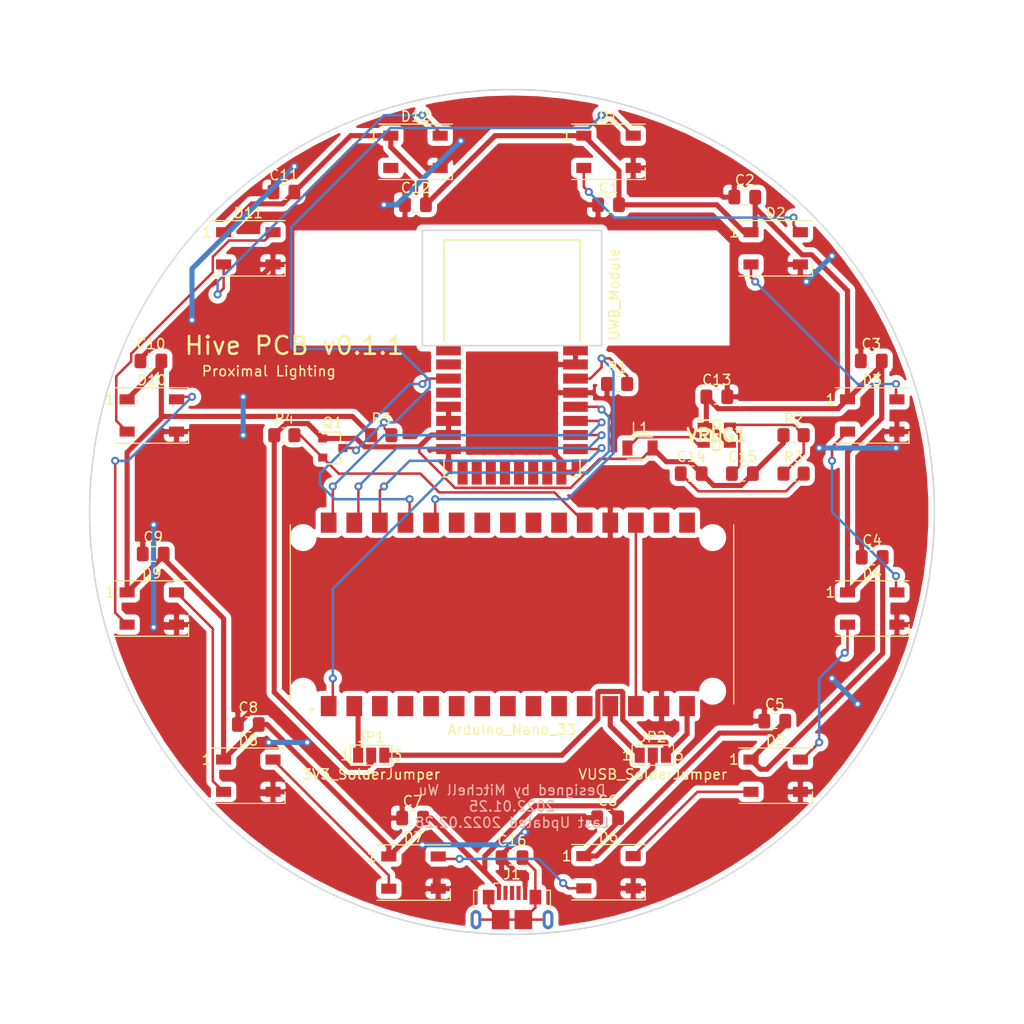
<source format=kicad_pcb>
(kicad_pcb (version 20211014) (generator pcbnew)
  (layers (0 "F.Cu" signal) (31 "B.Cu" signal) (34 "B.Paste" user) (35 "F.Paste" user) (36 "B.SilkS" user "B.Silkscreen") (37 "F.SilkS" user "F.Silkscreen") (38 "B.Mask" user) (39 "F.Mask" user) (44 "Edge.Cuts" user))
  (net 0 "")
  (net 1 "SCK")
  (net 2 "Net-(Arduino_Nano_33_IoT1-Pad2)")
  (net 3 "Net-(Arduino_Nano_33_IoT1-Pad3)")
  (net 4 "Net-(Arduino_Nano_33_IoT1-Pad4)")
  (net 5 "Net-(Arduino_Nano_33_IoT1-Pad5)")
  (net 6 "Net-(Arduino_Nano_33_IoT1-Pad6)")
  (net 7 "Net-(Arduino_Nano_33_IoT1-Pad7)")
  (net 8 "Net-(Arduino_Nano_33_IoT1-Pad8)")
  (net 9 "Net-(Arduino_Nano_33_IoT1-Pad9)")
  (net 10 "Net-(Arduino_Nano_33_IoT1-Pad10)")
  (net 11 "Net-(Arduino_Nano_33_IoT1-Pad11)")
  (net 12 "Net-(Arduino_Nano_33_IoT1-Pad12)")
  (net 13 "Net-(Arduino_Nano_33_IoT1-Pad13)")
  (net 14 "GND")
  (net 15 "Net-(Arduino_Nano_33_IoT1-Pad15)")
  (net 16 "Net-(Arduino_Nano_33_IoT1-Pad16)")
  (net 17 "Net-(Arduino_Nano_33_IoT1-Pad17)")
  (net 18 "LED_DATA_L")
  (net 19 "Net-(Arduino_Nano_33_IoT1-Pad21)")
  (net 20 "Net-(Arduino_Nano_33_IoT1-Pad22)")
  (net 21 "Net-(Arduino_Nano_33_IoT1-Pad23)")
  (net 22 "Net-(Arduino_Nano_33_IoT1-Pad24)")
  (net 23 "Net-(Arduino_Nano_33_IoT1-Pad25)")
  (net 24 "IRQ_DWM1000")
  (net 25 "RSTn_DWM1000")
  (net 26 "CS_DWM1000")
  (net 27 "MOSI")
  (net 28 "MISO")
  (net 29 "VUSB")
  (net 30 "+3V3")
  (net 31 "Net-(C14-Pad1)")
  (net 32 "Net-(C15-Pad1)")
  (net 33 "Net-(C16-Pad2)")
  (net 34 "LED_DATA_H")
  (net 35 "Net-(D1-Pad2)")
  (net 36 "Net-(D2-Pad2)")
  (net 37 "Net-(D3-Pad2)")
  (net 38 "Net-(D4-Pad2)")
  (net 39 "Net-(D5-Pad2)")
  (net 40 "Net-(D6-Pad2)")
  (net 41 "Net-(D7-Pad2)")
  (net 42 "Net-(D8-Pad2)")
  (net 43 "Net-(D10-Pad4)")
  (net 44 "Net-(D10-Pad2)")
  (net 45 "Net-(D11-Pad2)")
  (net 46 "Net-(D12-Pad2)")
  (net 47 "Net-(J1-Pad2)")
  (net 48 "Net-(J1-Pad4)")
  (net 49 "Net-(J1-Pad3)")
  (net 50 "Net-(L1-Pad1)")
  (net 51 "Net-(UWB_Module1-Pad1)")
  (net 52 "Net-(UWB_Module1-Pad2)")
  (net 53 "Net-(UWB_Module1-Pad4)")
  (net 54 "Net-(UWB_Module1-Pad9)")
  (net 55 "Net-(UWB_Module1-Pad10)")
  (net 56 "Net-(UWB_Module1-Pad11)")
  (net 57 "Net-(UWB_Module1-Pad12)")
  (net 58 "Net-(UWB_Module1-Pad13)")
  (net 59 "Net-(UWB_Module1-Pad14)")
  (net 60 "Net-(UWB_Module1-Pad15)")
  (footprint "Capacitor_SMD:C_0805_2012Metric_Pad1.18x1.45mm_HandSolder" (layer "F.Cu") (at 162.7925 70.35705)
    (fp_text reference "C2")
    (fp_text value "100nF")
  )
  (footprint "Capacitor_SMD:C_0805_2012Metric_Pad1.18x1.45mm_HandSolder" (layer "F.Cu") (at 175.349255 86.613696)
    (fp_text reference "C3")
    (fp_text value "100nF")
  )
  (footprint "Capacitor_SMD:C_0805_2012Metric_Pad1.18x1.45mm_HandSolder" (layer "F.Cu") (at 175.439255 106.096304)
    (fp_text reference "C4")
    (fp_text value "100nF")
  )
  (footprint "Capacitor_SMD:C_0805_2012Metric_Pad1.18x1.45mm_HandSolder" (layer "F.Cu") (at 165.77295 122.35295)
    (fp_text reference "C5")
    (fp_text value "100nF")
  )
  (footprint "Capacitor_SMD:C_0805_2012Metric_Pad1.18x1.45mm_HandSolder" (layer "F.Cu") (at 149.186304 131.929255)
    (fp_text reference "C6")
    (fp_text value "100nF")
  )
  (footprint "Capacitor_SMD:C_0805_2012Metric_Pad1.18x1.45mm_HandSolder" (layer "F.Cu") (at 129.838375 131.966328)
    (fp_text reference "C7")
    (fp_text value "100nF")
  )
  (footprint "Capacitor_SMD:C_0805_2012Metric_Pad1.18x1.45mm_HandSolder" (layer "F.Cu") (at 113.53705 122.68295)
    (fp_text reference "C8")
    (fp_text value "100nF")
  )
  (footprint "Capacitor_SMD:C_0805_2012Metric_Pad1.18x1.45mm_HandSolder" (layer "F.Cu") (at 104.103245 105.766304)
    (fp_text reference "C9")
    (fp_text value "100nF")
  )
  (footprint "Capacitor_SMD:C_0805_2012Metric_Pad1.18x1.45mm_HandSolder" (layer "F.Cu") (at 103.870745 86.613696)
    (fp_text reference "C10")
    (fp_text value "100nF")
  )
  (footprint "Capacitor_SMD:C_0805_2012Metric_Pad1.18x1.45mm_HandSolder" (layer "F.Cu") (at 117.0725 69.85)
    (fp_text reference "C11")
    (fp_text value "100nF")
  )
  (footprint "Capacitor_SMD:C_0805_2012Metric_Pad1.18x1.45mm_HandSolder" (layer "F.Cu") (at 130.123696 71.12)
    (fp_text reference "C12")
    (fp_text value "100nF")
  )
  (footprint "Capacitor_SMD:C_0805_2012Metric_Pad1.18x1.45mm_HandSolder" (layer "F.Cu") (at 160.02 90.17)
    (fp_text reference "C13")
    (fp_text value "22uF")
  )
  (footprint "Capacitor_SMD:C_0805_2012Metric_Pad1.18x1.45mm_HandSolder" (layer "F.Cu") (at 157.48 97.79)
    (fp_text reference "C14")
    (fp_text value "22uF")
  )
  (footprint "Capacitor_SMD:C_0805_2012Metric_Pad1.18x1.45mm_HandSolder" (layer "F.Cu") (at 162.56 97.79)
    (fp_text reference "C15")
    (fp_text value "47pF")
  )
  (footprint "Capacitor_SMD:C_0805_2012Metric_Pad1.18x1.45mm_HandSolder" (layer "F.Cu") (at 139.7 135.89)
    (fp_text reference "C16")
    (fp_text value "0.47uF")
  )
  (footprint "LED_SMD:LED_WS2812B_PLCC4_5.0x5.0mm_P3.2mm" (layer "F.Cu") (at 165.86295 75.43705)
    (fp_text reference "D2")
    (fp_text value "WS2812B")
  )
  (footprint "LED_SMD:LED_WS2812B_PLCC4_5.0x5.0mm_P3.2mm" (layer "F.Cu") (at 175.439255 92.023696)
    (fp_text reference "D3")
    (fp_text value "WS2812B")
  )
  (footprint "LED_SMD:LED_WS2812B_PLCC4_5.0x5.0mm_P3.2mm" (layer "F.Cu") (at 175.439255 111.176304)
    (fp_text reference "D4")
    (fp_text value "WS2812B")
  )
  (footprint "LED_SMD:LED_WS2812B_PLCC4_5.0x5.0mm_P3.2mm" (layer "F.Cu") (at 165.86295 127.76295)
    (fp_text reference "D5")
    (fp_text value "WS2812B")
  )
  (footprint "LED_SMD:LED_WS2812B_PLCC4_5.0x5.0mm_P3.2mm" (layer "F.Cu") (at 149.276304 137.339255)
    (fp_text reference "D6")
    (fp_text value "WS2812B")
  )
  (footprint "LED_SMD:LED_WS2812B_PLCC4_5.0x5.0mm_P3.2mm" (layer "F.Cu") (at 129.928375 137.376328)
    (fp_text reference "D7")
    (fp_text value "WS2812B")
  )
  (footprint "LED_SMD:LED_WS2812B_PLCC4_5.0x5.0mm_P3.2mm" (layer "F.Cu") (at 113.53705 127.76295)
    (fp_text reference "D8")
    (fp_text value "WS2812B")
  )
  (footprint "LED_SMD:LED_WS2812B_PLCC4_5.0x5.0mm_P3.2mm" (layer "F.Cu") (at 103.960745 111.176304)
    (fp_text reference "D9")
    (fp_text value "WS2812B")
  )
  (footprint "LED_SMD:LED_WS2812B_PLCC4_5.0x5.0mm_P3.2mm" (layer "F.Cu") (at 103.960745 92.023696)
    (fp_text reference "D10")
    (fp_text value "WS2812B")
  )
  (footprint "LED_SMD:LED_WS2812B_PLCC4_5.0x5.0mm_P3.2mm" (layer "F.Cu") (at 113.53705 75.43705)
    (fp_text reference "D11")
    (fp_text value "WS2812B")
  )
  (footprint "LED_SMD:LED_WS2812B_PLCC4_5.0x5.0mm_P3.2mm" (layer "F.Cu") (at 130.123696 65.860745)
    (fp_text reference "D12")
    (fp_text value "WS2812B")
  )
  (footprint "Connector_USB:USB_Micro-B_GCT_USB3076-30-A" (layer "F.Cu") (at 139.7 140.843)
    (fp_text reference "J1")
    (fp_text value "USB_B_Micro")
  )
  (footprint "Jumper:SolderJumper-3_P1.3mm_Open_Pad1.0x1.5mm_NumberLabels" (layer "F.Cu") (at 125.73 125.73)
    (fp_text reference "JP1")
    (fp_text value "3V3_SolderJumper")
  )
  (footprint "Inductor_SMD:L_TDK_NLV25_2.5x2.0mm" (layer "F.Cu") (at 152.4 95.25)
    (fp_text reference "L1")
    (fp_text value "2.2uH")
  )
  (footprint "Package_TO_SOT_SMD:SOT-23" (layer "F.Cu") (at 121.92 95.25)
    (fp_text reference "Q1")
    (fp_text value "BSS138")
  )
  (footprint "Resistor_SMD:R_0805_2012Metric_Pad1.20x1.40mm_HandSolder" (layer "F.Cu") (at 150.13 88.9)
    (fp_text reference "R1")
    (fp_text value "330")
  )
  (footprint "Resistor_SMD:R_0805_2012Metric_Pad1.20x1.40mm_HandSolder" (layer "F.Cu") (at 167.64 93.98)
    (fp_text reference "R2")
    (fp_text value "470K")
  )
  (footprint "Resistor_SMD:R_0805_2012Metric_Pad1.20x1.40mm_HandSolder" (layer "F.Cu") (at 167.64 97.79)
    (fp_text reference "R3")
    (fp_text value "100K")
  )
  (footprint "Resistor_SMD:R_0805_2012Metric_Pad1.20x1.40mm_HandSolder" (layer "F.Cu") (at 117.11 93.98)
    (fp_text reference "R4")
    (fp_text value "10K")
  )
  (footprint "Resistor_SMD:R_0805_2012Metric_Pad1.20x1.40mm_HandSolder" (layer "F.Cu") (at 126.73 93.98)
    (fp_text reference "R5")
    (fp_text value "10K")
  )
  (footprint "SY8008B:SOT95P285X140-5N" (layer "F.Cu") (at 160.02 93.98)
    (fp_text reference "VREG1")
    (fp_text value "SY8008B" hide)
  )
  (footprint "LED_SMD:LED_WS2812B_PLCC4_5.0x5.0mm_P3.2mm" (layer "F.Cu") (at 149.276304 65.860745)
    (fp_text reference "D1")
    (fp_text value "WS2812B")
  )
  (footprint "Capacitor_SMD:C_0805_2012Metric_Pad1.18x1.45mm_HandSolder" (layer "F.Cu") (at 149.276304 71.12)
    (fp_text reference "C1")
    (fp_text value "100nF")
  )
  (footprint "MODULE_ABX00027:MODULE_ABX00027" (layer "F.Cu") (at 139.7 111.76)
    (fp_text reference "Arduino_Nano_33")
    (fp_text value "ABX00027" hide)
  )
  (footprint "Jumper:SolderJumper-3_P1.3mm_Open_Pad1.0x1.5mm_NumberLabels" (layer "F.Cu") (at 153.67 125.73)
    (fp_text reference "JP2")
    (fp_text value "VUSB_SolderJumper")
  )
  (footprint "RF_Module:DWM1000" (layer "F.Cu") (at 139.7 86.36)
    (fp_text reference "UWB_Module")
    (fp_text value "DWM1000")
  )
  (gr_line (start 130.81 85.09) (end 148.59 85.09) (layer "Edge.Cuts") (width 0.15))
  (gr_line (start 148.59 73.66) (end 130.81 73.66) (layer "Edge.Cuts") (width 0.15))
  (gr_line (start 148.59 85.09) (end 148.59 73.66) (layer "Edge.Cuts") (width 0.15))
  (gr_line (start 130.81 73.66) (end 130.81 85.09) (layer "Edge.Cuts") (width 0.15))
  (gr_circle (center 139.7 101.6) (end 181.61 101.6) (layer "Edge.Cuts") (width 0.15) (fill none))
  (gr_text "Designed by Mitchell Wu\n2022.01.25\nLast Updated 2022.02.28" (at 139.7 130.81) (layer "B.SilkS") (effects (font (size 1 1)) (justify mirror)))
  (gr_text "Proximal Lighting" (at 115.57 87.63) (layer "F.SilkS") (effects (font (size 1 1))))
  (gr_text "Hive PCB v0.1.1" (at 118.11 85.09) (layer "F.SilkS") (effects (font (size 1.778 1.778) (thickness 0.254))))
  (segment (start 148.3112 91.1612) (end 148.59 91.44) (width 0.25) (layer "F.Cu") (net 1))
  (segment (start 146 91.1612) (end 148.3112 91.1612) (width 0.25) (layer "F.Cu") (net 1))
  (segment (start 121.92 118.11) (end 121.92 120.45) (width 0.25) (layer "F.Cu") (net 1))
  (segment (start 121.92 120.45) (end 121.51 120.86) (width 0.25) (layer "F.Cu") (net 1))
  (via (at 121.92 118.11) (size 0.8) (drill 0.4) (layers "F.Cu" "B.Cu") (net 1))
  (via (at 148.59 91.44) (size 0.8) (drill 0.4) (layers "F.Cu" "B.Cu") (net 1))
  (segment (start 147.221501 97.691501) (end 133.448499 97.691501) (width 0.25) (layer "B.Cu") (net 1))
  (segment (start 149.315001 92.165001) (end 149.315001 95.598001) (width 0.25) (layer "B.Cu") (net 1))
  (segment (start 131.354999 99.785001) (end 130.81 100.33) (width 0.25) (layer "B.Cu") (net 1))
  (segment (start 148.59 91.44) (end 149.315001 92.165001) (width 0.25) (layer "B.Cu") (net 1))
  (segment (start 133.448499 97.691501) (end 131.354999 99.785001) (width 0.25) (layer "B.Cu") (net 1))
  (segment (start 149.315001 95.598001) (end 147.221501 97.691501) (width 0.25) (layer "B.Cu") (net 1))
  (segment (start 130.81 100.33) (end 121.92 109.22) (width 0.25) (layer "B.Cu") (net 1))
  (segment (start 147.221501 97.691501) (end 147.123002 97.79) (width 0.25) (layer "B.Cu") (net 1))
  (segment (start 121.92 109.22) (end 121.92 118.11) (width 0.25) (layer "B.Cu") (net 1))
  (segment (start 124.43 121.24) (end 124.05 120.86) (width 0.508) (layer "F.Cu") (net 2))
  (segment (start 124.43 125.73) (end 124.43 121.24) (width 0.508) (layer "F.Cu") (net 2))
  (segment (start 149.45 122.81) (end 152.37 125.73) (width 0.508) (layer "F.Cu") (net 12))
  (segment (start 149.45 120.86) (end 149.45 122.81) (width 0.508) (layer "F.Cu") (net 12))
  (segment (start 151.99 102.66) (end 151.99 120.86) (width 0.25) (layer "F.Cu") (net 13))
  (segment (start 106.157049 113.03) (end 106.410745 112.776304) (width 0.508) (layer "F.Cu") (net 14))
  (segment (start 104.14 103.26149) (end 104.14 102.87) (width 0.508) (layer "F.Cu") (net 14))
  (segment (start 138.6625 135.89) (end 141.004001 138.231501) (width 0.508) (layer "F.Cu") (net 14))
  (segment (start 114.3 129.54) (end 115.81 129.54) (width 0.508) (layer "F.Cu") (net 14))
  (segment (start 130.81 136.275155) (end 131.694845 137.16) (width 0.508) (layer "F.Cu") (net 14))
  (segment (start 130.81 134.62) (end 130.81 136.275155) (width 0.508) (layer "F.Cu") (net 14))
  (segment (start 115.81 129.54) (end 115.98705 129.36295) (width 0.508) (layer "F.Cu") (net 14))
  (segment (start 177.889255 93.623696) (end 177.889255 95.160745) (width 0.508) (layer "F.Cu") (net 14))
  (segment (start 144.6 97.6562) (end 144.6 96.513998) (width 0.508) (layer "F.Cu") (net 14))
  (segment (start 116.42394 121.50394) (end 119.38 124.46) (width 0.508) (layer "F.Cu") (net 14))
  (segment (start 138.6625 135.6575) (end 140.97 133.35) (width 0.508) (layer "F.Cu") (net 14))
  (segment (start 103.065745 105.766304) (end 103.065745 104.335745) (width 0.508) (layer "F.Cu") (net 14))
  (segment (start 132.08 138.677953) (end 132.378375 138.976328) (width 0.508) (layer "F.Cu") (net 14))
  (segment (start 114.3 125.73) (end 114.3 129.54) (width 0.508) (layer "F.Cu") (net 14))
  (segment (start 104.14 113.03) (end 106.157049 113.03) (width 0.508) (layer "F.Cu") (net 14))
  (segment (start 168.31295 77.03705) (end 168.31295 78.14295) (width 0.508) (layer "F.Cu") (net 14))
  (segment (start 112.49955 122.68295) (end 113.67856 121.50394) (width 0.508) (layer "F.Cu") (net 14))
  (segment (start 134.62 64.77) (end 134.62 65.414441) (width 0.508) (layer "F.Cu") (net 14))
  (segment (start 113.67856 121.50394) (end 116.42394 121.50394) (width 0.508) (layer "F.Cu") (net 14))
  (segment (start 168.31295 78.14295) (end 168.91 78.74) (width 0.508) (layer "F.Cu") (net 14))
  (segment (start 115.57 124.46) (end 114.3 125.73) (width 0.508) (layer "F.Cu") (net 14))
  (segment (start 177.889255 95.160745) (end 177.8 95.25) (width 0.508) (layer "F.Cu") (net 14))
  (segment (start 158.05384 93.98) (end 157.48 93.40616) (width 0.508) (layer "F.Cu") (net 14))
  (segment (start 115.98705 77.03705) (end 110.4741 82.55) (width 0.508) (layer "F.Cu") (net 14))
  (segment (start 102.833245 86.613696) (end 102.833245 86.396755) (width 0.508) (layer "F.Cu") (net 14))
  (segment (start 158.72 93.98) (end 158.05384 93.98) (width 0.508) (layer "F.Cu") (net 14))
  (segment (start 102.833245 86.396755) (end 104.14 85.09) (width 0.508) (layer "F.Cu") (net 14))
  (segment (start 144.6 96.513998) (end 143.51 95.423998) (width 0.508) (layer "F.Cu") (net 14))
  (segment (start 138.6625 135.89) (end 138.6625 135.6575) (width 0.508) (layer "F.Cu") (net 14))
  (segment (start 103.065745 104.335745) (end 104.14 103.26149) (width 0.508) (layer "F.Cu") (net 14))
  (segment (start 141.004001 138.231501) (end 141.004001 138.711797) (width 0.508) (layer "F.Cu") (net 14))
  (segment (start 132.08 137.16) (end 132.08 138.677953) (width 0.508) (layer "F.Cu") (net 14))
  (segment (start 129.086196 71.12) (end 127 71.12) (width 0.508) (layer "F.Cu") (net 14))
  (segment (start 134.62 65.414441) (end 132.573696 67.460745) (width 0.508) (layer "F.Cu") (net 14))
  (segment (start 110.4741 82.55) (end 107.95 82.55) (width 0.508) (layer "F.Cu") (net 14))
  (segment (start 131.694845 137.16) (end 132.08 137.16) (width 0.508) (layer "F.Cu") (net 14))
  (via (at 171.45 76.2) (size 0.8) (drill 0.4) (layers "F.Cu" "B.Cu") (net 14))
  (via (at 140.97 133.35) (size 0.8) (drill 0.4) (layers "F.Cu" "B.Cu") (net 14))
  (via (at 113.03 93.98) (size 0.8) (drill 0.4) (layers "F.Cu" "B.Cu") (net 14))
  (via (at 168.91 78.74) (size 0.8) (drill 0.4) (layers "F.Cu" "B.Cu") (net 14))
  (via (at 104.14 102.87) (size 0.8) (drill 0.4) (layers "F.Cu" "B.Cu") (net 14))
  (via (at 171.45 118.11) (size 0.8) (drill 0.4) (layers "F.Cu" "B.Cu") (net 14))
  (via (at 177.8 95.25) (size 0.8) (drill 0.4) (layers "F.Cu" "B.Cu") (net 14))
  (via (at 130.81 134.62) (size 0.8) (drill 0.4) (layers "F.Cu" "B.Cu") (net 14))
  (via (at 134.62 64.77) (size 0.8) (drill 0.4) (layers "F.Cu" "B.Cu") (net 14))
  (via (at 107.95 82.55) (size 0.8) (drill 0.4) (layers "F.Cu" "B.Cu") (net 14))
  (via (at 127 71.12) (size 0.8) (drill 0.4) (layers "F.Cu" "B.Cu") (net 14))
  (via (at 173.99 120.65) (size 0.8) (drill 0.4) (layers "F.Cu" "B.Cu") (net 14))
  (via (at 113.03 90.17) (size 0.8) (drill 0.4) (layers "F.Cu" "B.Cu") (net 14))
  (via (at 170.18 95.25) (size 0.8) (drill 0.4) (layers "F.Cu" "B.Cu") (net 14))
  (via (at 115.57 124.46) (size 0.8) (drill 0.4) (layers "F.Cu" "B.Cu") (net 14))
  (via (at 118.11 67.31) (size 0.8) (drill 0.4) (layers "F.Cu" "B.Cu") (net 14))
  (via (at 104.14 113.03) (size 0.8) (drill 0.4) (layers "F.Cu" "B.Cu") (net 14))
  (via (at 119.38 124.46) (size 0.8) (drill 0.4) (layers "F.Cu" "B.Cu") (net 14))
  (segment (start 119.38 124.46) (end 115.57 124.46) (width 0.508) (layer "B.Cu") (net 14))
  (segment (start 127 71.12) (end 128.27 71.12) (width 0.508) (layer "B.Cu") (net 14))
  (segment (start 140.97 133.35) (end 139.7 134.62) (width 0.508) (layer "B.Cu") (net 14))
  (segment (start 177.8 95.25) (end 170.18 95.25) (width 0.508) (layer "B.Cu") (net 14))
  (segment (start 107.95 82.55) (end 107.95 77.47) (width 0.508) (layer "B.Cu") (net 14))
  (segment (start 139.7 134.62) (end 130.81 134.62) (width 0.508) (layer "B.Cu") (net 14))
  (segment (start 128.27 71.12) (end 134.62 64.77) (width 0.508) (layer "B.Cu") (net 14))
  (segment (start 113.03 90.17) (end 113.03 93.98) (width 0.508) (layer "B.Cu") (net 14))
  (segment (start 168.91 78.74) (end 171.45 76.2) (width 0.508) (layer "B.Cu") (net 14))
  (segment (start 107.95 77.47) (end 118.11 67.31) (width 0.508) (layer "B.Cu") (net 14))
  (segment (start 171.45 118.11) (end 173.99 120.65) (width 0.508) (layer "B.Cu") (net 14))
  (segment (start 104.14 102.87) (end 104.14 113.03) (width 0.508) (layer "B.Cu") (net 14))
  (segment (start 152.9208 124.46) (end 150.684001 122.223201) (width 0.508) (layer "F.Cu") (net 15))
  (segment (start 144.637202 125.73) (end 127.03 125.73) (width 0.508) (layer "F.Cu") (net 15))
  (segment (start 148.215999 119.496799) (end 148.215999 122.151203) (width 0.508) (layer "F.Cu") (net 15))
  (segment (start 154.97 124.472) (end 154.958 124.46) (width 0.508) (layer "F.Cu") (net 15))
  (segment (start 148.306799 119.405999) (end 148.215999 119.496799) (width 0.508) (layer "F.Cu") (net 15))
  (segment (start 150.684001 122.223201) (end 150.684001 119.496799) (width 0.508) (layer "F.Cu") (net 15))
  (segment (start 148.215999 122.151203) (end 144.637202 125.73) (width 0.508) (layer "F.Cu") (net 15))
  (segment (start 150.684001 119.496799) (end 150.593201 119.405999) (width 0.508) (layer "F.Cu") (net 15))
  (segment (start 154.97 125.73) (end 154.97 124.472) (width 0.508) (layer "F.Cu") (net 15))
  (segment (start 150.593201 119.405999) (end 148.306799 119.405999) (width 0.508) (layer "F.Cu") (net 15))
  (segment (start 154.958 124.46) (end 152.9208 124.46) (width 0.508) (layer "F.Cu") (net 15))
  (segment (start 157.07 120.86) (end 157.07 123.63) (width 0.508) (layer "F.Cu") (net 15))
  (segment (start 157.07 123.63) (end 154.97 125.73) (width 0.508) (layer "F.Cu") (net 15))
  (segment (start 146.91 102.66) (end 143.90621 99.65621) (width 0.25) (layer "F.Cu") (net 18))
  (segment (start 122.51 97.79) (end 120.92 96.2) (width 0.25) (layer "F.Cu") (net 18))
  (segment (start 132.479212 99.65621) (end 130.613002 97.79) (width 0.25) (layer "F.Cu") (net 18))
  (segment (start 118.11 93.98) (end 118.7 93.98) (width 0.25) (layer "F.Cu") (net 18))
  (segment (start 118.7 93.98) (end 120.92 96.2) (width 0.25) (layer "F.Cu") (net 18))
  (segment (start 143.90621 99.65621) (end 132.479212 99.65621) (width 0.25) (layer "F.Cu") (net 18))
  (segment (start 130.613002 97.79) (end 122.51 97.79) (width 0.25) (layer "F.Cu") (net 18))
  (segment (start 146 88.3612) (end 147.475 88.3612) (width 0.25) (layer "F.Cu") (net 24))
  (segment (start 151.13 88.9) (end 151.13 88.081158) (width 0.25) (layer "F.Cu") (net 24))
  (segment (start 149.408842 86.36) (end 148.59 86.36) (width 0.25) (layer "F.Cu") (net 24))
  (segment (start 132.08 100.33) (end 132.08 102.25) (width 0.25) (layer "F.Cu") (net 24))
  (segment (start 151.13 88.081158) (end 149.408842 86.36) (width 0.25) (layer "F.Cu") (net 24))
  (segment (start 132.08 102.25) (end 131.67 102.66) (width 0.25) (layer "F.Cu") (net 24))
  (segment (start 148.59 87.2462) (end 148.59 86.36) (width 0.25) (layer "F.Cu") (net 24))
  (segment (start 147.475 88.3612) (end 148.59 87.2462) (width 0.25) (layer "F.Cu") (net 24))
  (via (at 148.59 86.36) (size 0.8) (drill 0.4) (layers "F.Cu" "B.Cu") (net 24))
  (via (at 132.08 100.33) (size 0.8) (drill 0.4) (layers "F.Cu" "B.Cu") (net 24))
  (segment (start 148.59 86.36) (end 149.76501 87.53501) (width 0.25) (layer "B.Cu") (net 24))
  (segment (start 149.76501 87.53501) (end 149.76501 95.784402) (width 0.25) (layer "B.Cu") (net 24))
  (segment (start 149.76501 95.784402) (end 145.219412 100.33) (width 0.25) (layer "B.Cu") (net 24))
  (segment (start 145.219412 100.33) (end 132.08 100.33) (width 0.25) (layer "B.Cu") (net 24))
  (segment (start 129.54 100.33) (end 129.54 102.25) (width 0.25) (layer "F.Cu") (net 25))
  (segment (start 131.3488 88.3612) (end 130.81 88.9) (width 0.25) (layer "F.Cu") (net 25))
  (segment (start 129.54 102.25) (end 129.13 102.66) (width 0.25) (layer "F.Cu") (net 25))
  (segment (start 133.4 88.3612) (end 131.3488 88.3612) (width 0.25) (layer "F.Cu") (net 25))
  (via (at 130.81 88.9) (size 0.8) (drill 0.4) (layers "F.Cu" "B.Cu") (net 25))
  (via (at 129.54 100.33) (size 0.8) (drill 0.4) (layers "F.Cu" "B.Cu") (net 25))
  (segment (start 120.65 97.79) (end 120.65 98.863002) (width 0.25) (layer "B.Cu") (net 25))
  (segment (start 120.65 98.863002) (end 122.116998 100.33) (width 0.25) (layer "B.Cu") (net 25))
  (segment (start 122.116998 100.33) (end 129.54 100.33) (width 0.25) (layer "B.Cu") (net 25))
  (segment (start 130.81 88.9) (end 129.54 88.9) (width 0.25) (layer "B.Cu") (net 25))
  (segment (start 129.54 88.9) (end 120.65 97.79) (width 0.25) (layer "B.Cu") (net 25))
  (segment (start 127 99.06) (end 126.59 99.47) (width 0.25) (layer "F.Cu") (net 26))
  (segment (start 148.48 95.36) (end 148.59 95.25) (width 0.25) (layer "F.Cu") (net 26))
  (segment (start 146 95.36) (end 148.48 95.36) (width 0.25) (layer "F.Cu") (net 26))
  (segment (start 126.59 99.47) (end 126.59 102.66) (width 0.25) (layer "F.Cu") (net 26))
  (via (at 127 99.06) (size 0.8) (drill 0.4) (layers "F.Cu" "B.Cu") (net 26))
  (via (at 148.59 95.25) (size 0.8) (drill 0.4) (layers "F.Cu" "B.Cu") (net 26))
  (segment (start 147.32 96.52) (end 129.54 96.52) (width 0.25) (layer "B.Cu") (net 26))
  (segment (start 129.54 96.52) (end 127 99.06) (width 0.25) (layer "B.Cu") (net 26))
  (segment (start 148.59 95.25) (end 147.32 96.52) (width 0.25) (layer "B.Cu") (net 26))
  (segment (start 124.46 99.06) (end 124.46 102.25) (width 0.25) (layer "F.Cu") (net 27))
  (segment (start 148.57 93.96) (end 148.59 93.98) (width 0.25) (layer "F.Cu") (net 27))
  (segment (start 124.46 102.25) (end 124.05 102.66) (width 0.25) (layer "F.Cu") (net 27))
  (segment (start 146 93.96) (end 148.57 93.96) (width 0.25) (layer "F.Cu") (net 27))
  (via (at 124.46 99.06) (size 0.8) (drill 0.4) (layers "F.Cu" "B.Cu") (net 27))
  (via (at 148.59 93.98) (size 0.8) (drill 0.4) (layers "F.Cu" "B.Cu") (net 27))
  (segment (start 128.27 95.25) (end 124.46 99.06) (width 0.25) (layer "B.Cu") (net 27))
  (segment (start 147.32 95.25) (end 129.54 95.25) (width 0.25) (layer "B.Cu") (net 27))
  (segment (start 129.54 95.25) (end 128.27 95.25) (width 0.25) (layer "B.Cu") (net 27))
  (segment (start 148.59 93.98) (end 147.32 95.25) (width 0.25) (layer "B.Cu") (net 27))
  (segment (start 121.92 102.25) (end 121.51 102.66) (width 0.25) (layer "F.Cu") (net 28))
  (segment (start 148.4412 92.5612) (end 148.59 92.71) (width 0.25) (layer "F.Cu") (net 28))
  (segment (start 121.92 99.06) (end 121.92 102.25) (width 0.25) (layer "F.Cu") (net 28))
  (segment (start 146 92.5612) (end 148.4412 92.5612) (width 0.25) (layer "F.Cu") (net 28))
  (via (at 121.92 99.06) (size 0.8) (drill 0.4) (layers "F.Cu" "B.Cu") (net 28))
  (via (at 148.59 92.71) (size 0.8) (drill 0.4) (layers "F.Cu" "B.Cu") (net 28))
  (segment (start 147.32 93.98) (end 127 93.98) (width 0.25) (layer "B.Cu") (net 28))
  (segment (start 148.59 92.71) (end 147.32 93.98) (width 0.25) (layer "B.Cu") (net 28))
  (segment (start 127 93.98) (end 121.92 99.06) (width 0.25) (layer "B.Cu") (net 28))
  (segment (start 163.41295 126.16295) (end 164.366951 127.116951) (width 0.508) (layer "F.Cu") (net 29))
  (segment (start 159.42 93.03) (end 161.32 94.93) (width 0.508) (layer "F.Cu") (net 29))
  (segment (start 158.9825 90.17) (end 158.9825 92.7675) (width 0.508) (layer "F.Cu") (net 29))
  (segment (start 105.140745 105.946304) (end 101.510745 109.576304) (width 0.508) (layer "F.Cu") (net 29))
  (segment (start 176.386755 86.613696) (end 176.386755 87.026196) (width 0.508) (layer "F.Cu") (net 29))
  (segment (start 125.73 93.98) (end 123.86798 92.11798) (width 0.508) (layer "F.Cu") (net 29))
  (segment (start 164.366951 127.116951) (end 164.983049 127.116951) (width 0.508) (layer "F.Cu") (net 29))
  (segment (start 176.476755 106.096304) (end 176.469255 106.096304) (width 0.508) (layer "F.Cu") (net 29))
  (segment (start 172.989255 109.576304) (end 172.989255 95.690898) (width 0.508) (layer "F.Cu") (net 29))
  (segment (start 172.063941 91.34901) (end 172.989255 90.423696) (width 0.508) (layer "F.Cu") (net 29))
  (segment (start 150.313804 71.12) (end 160.02 71.12) (width 0.508) (layer "F.Cu") (net 29))
  (segment (start 105.140745 105.766304) (end 105.140745 105.946304) (width 0.508) (layer "F.Cu") (net 29))
  (segment (start 123.86798 92.11798) (end 105.08447 92.11798) (width 0.508) (layer "F.Cu") (net 29))
  (segment (start 168.491747 76.083049) (end 163.83 71.421302) (width 0.508) (layer "F.Cu") (net 29))
  (segment (start 111.08705 126.16295) (end 111.08705 112.185407) (width 0.508) (layer "F.Cu") (net 29))
  (segment (start 130.875875 131.966328) (end 130.875875 132.378828) (width 0.508) (layer "F.Cu") (net 29))
  (segment (start 127.478375 134.768328) (end 115.392997 122.68295) (width 0.508) (layer "F.Cu") (net 29))
  (segment (start 104.908245 91.941755) (end 104.908245 86.613696) (width 0.508) (layer "F.Cu") (net 29))
  (segment (start 172.989255 90.423696) (end 172.989255 79.646153) (width 0.508) (layer "F.Cu") (net 29))
  (segment (start 131.161196 71.12) (end 131.161196 68.881043) (width 0.508) (layer "F.Cu") (net 29))
  (segment (start 172.989255 79.646153) (end 169.426151 76.083049) (width 0.508) (layer "F.Cu") (net 29))
  (segment (start 114.57455 122.68295) (end 114.56705 122.68295) (width 0.508) (layer "F.Cu") (net 29))
  (segment (start 118.11 69.85) (end 116.93099 71.02901) (width 0.508) (layer "F.Cu") (net 29))
  (segment (start 123.699255 64.260745) (end 118.11 69.85) (width 0.508) (layer "F.Cu") (net 29))
  (segment (start 166.81045 122.76545) (end 163.41295 126.16295) (width 0.508) (layer "F.Cu") (net 29))
  (segment (start 105.140745 106.239102) (end 105.140745 105.766304) (width 0.508) (layer "F.Cu") (net 29))
  (segment (start 149.044794 130.750245) (end 141.994133 130.750245) (width 0.508) (layer "F.Cu") (net 29))
  (segment (start 150.223804 131.929255) (end 150.223804 132.341755) (width 0.508) (layer "F.Cu") (net 29))
  (segment (start 172.989255 95.690898) (end 176.386755 92.293398) (width 0.508) (layer "F.Cu") (net 29))
  (segment (start 149.907755 130.750245) (end 153.67 126.988) (width 0.508) (layer "F.Cu") (net 29))
  (segment (start 138.020451 64.260745) (end 131.161196 71.12) (width 0.508) (layer "F.Cu") (net 29))
  (segment (start 153.67 126.988) (end 153.67 125.73) (width 0.508) (layer "F.Cu") (net 29))
  (segment (start 105.08447 92.11798) (end 104.908245 91.941755) (width 0.508) (layer "F.Cu") (net 29))
  (segment (start 127.673696 64.260745) (end 123.699255 64.260745) (width 0.508) (layer "F.Cu") (net 29))
  (segment (start 101.510745 109.576304) (end 101.510745 95.690898) (width 0.508) (layer "F.Cu") (net 29))
  (segment (start 101.510745 95.690898) (end 104.908245 92.293398) (width 0.508) (layer "F.Cu") (net 29))
  (segment (start 146.826304 64.260745) (end 138.020451 64.260745) (width 0.508) (layer "F.Cu") (net 29))
  (segment (start 150.223804 132.341755) (end 146.826304 135.739255) (width 0.508) (layer "F.Cu") (net 29))
  (segment (start 141.994133 130.750245) (end 137.002101 135.742277) (width 0.508) (layer "F.Cu") (net 29))
  (segment (start 116.93099 71.02901) (end 113.89509 71.02901) (width 0.508) (layer "F.Cu") (net 29))
  (segment (start 176.386755 87.026196) (end 172.989255 90.423696) (width 0.508) (layer "F.Cu") (net 29))
  (segment (start 160.02 71.12) (end 162.73705 73.83705) (width 0.508) (layer "F.Cu") (net 29))
  (segment (start 163.83 70.35705) (end 163.83 73.42) (width 0.508) (layer "F.Cu") (net 29))
  (segment (start 131.65053 131.966328) (end 137.002101 137.317899) (width 0.508) (layer "F.Cu") (net 29))
  (segment (start 164.983049 127.116951) (end 176.476755 115.623245) (width 0.508) (layer "F.Cu") (net 29))
  (segment (start 149.044794 130.750245) (end 149.907755 130.750245) (width 0.508) (layer "F.Cu") (net 29))
  (segment (start 137.002101 137.317899) (end 138.395999 138.711797) (width 0.508) (layer "F.Cu") (net 29))
  (segment (start 104.908245 87.026196) (end 101.510745 90.423696) (width 0.508) (layer "F.Cu") (net 29))
  (segment (start 150.313804 71.12) (end 150.313804 67.748245) (width 0.508) (layer "F.Cu") (net 29))
  (segment (start 158.9825 90.17) (end 160.16151 91.34901) (width 0.508) (layer "F.Cu") (net 29))
  (segment (start 162.73705 73.83705) (end 163.41295 73.83705) (width 0.508) (layer "F.Cu") (net 29))
  (segment (start 163.83 71.421302) (end 163.83 70.35705) (width 0.508) (layer "F.Cu") (net 29))
  (segment (start 111.08705 112.185407) (end 105.140745 106.239102) (width 0.508) (layer "F.Cu") (net 29))
  (segment (start 113.89509 71.02901) (end 111.08705 73.83705) (width 0.508) (layer "F.Cu") (net 29))
  (segment (start 115.392997 122.68295) (end 114.57455 122.68295) (width 0.508) (layer "F.Cu") (net 29))
  (segment (start 127.673696 65.393543) (end 127.673696 64.260745) (width 0.508) (layer "F.Cu") (net 29))
  (segment (start 163.83 73.42) (end 163.41295 73.83705) (width 0.508) (layer "F.Cu") (net 29))
  (segment (start 150.223804 131.929255) (end 149.044794 130.750245) (width 0.508) (layer "F.Cu") (net 29))
  (segment (start 150.313804 67.748245) (end 146.826304 64.260745) (width 0.508) (layer "F.Cu") (net 29))
  (segment (start 130.875875 132.378828) (end 127.478375 135.776328) (width 0.508) (layer "F.Cu") (net 29))
  (segment (start 160.291599 123.53196) (end 165.63144 123.53196) (width 0.508) (layer "F.Cu") (net 29))
  (segment (start 130.875875 131.966328) (end 131.65053 131.966328) (width 0.508) (layer "F.Cu") (net 29))
  (segment (start 169.426151 76.083049) (end 168.491747 76.083049) (width 0.508) (layer "F.Cu") (net 29))
  (segment (start 104.908245 86.613696) (end 104.908245 87.026196) (width 0.508) (layer "F.Cu") (net 29))
  (segment (start 176.386755 92.293398) (end 176.386755 86.613696) (width 0.508) (layer "F.Cu") (net 29))
  (segment (start 176.476755 115.623245) (end 176.476755 106.096304) (width 0.508) (layer "F.Cu") (net 29))
  (segment (start 158.72 93.03) (end 159.42 93.03) (width 0.508) (layer "F.Cu") (net 29))
  (segment (start 176.469255 106.096304) (end 172.989255 109.576304) (width 0.508) (layer "F.Cu") (net 29))
  (segment (start 166.81045 122.35295) (end 166.81045 122.76545) (width 0.508) (layer "F.Cu") (net 29))
  (segment (start 114.56705 122.68295) (end 111.08705 126.16295) (width 0.508) (layer "F.Cu") (net 29))
  (segment (start 148.084304 135.739255) (end 160.291599 123.53196) (width 0.508) (layer "F.Cu") (net 29))
  (segment (start 127.478375 135.776328) (end 127.478375 134.768328) (width 0.508) (layer "F.Cu") (net 29))
  (segment (start 160.16151 91.34901) (end 172.063941 91.34901) (width 0.508) (layer "F.Cu") (net 29))
  (segment (start 104.908245 92.293398) (end 104.908245 91.941755) (width 0.508) (layer "F.Cu") (net 29))
  (segment (start 131.161196 68.881043) (end 127.673696 65.393543) (width 0.508) (layer "F.Cu") (net 29))
  (segment (start 146.826304 135.739255) (end 148.084304 135.739255) (width 0.508) (layer "F.Cu") (net 29))
  (segment (start 158.9825 92.7675) (end 158.72 93.03) (width 0.508) (layer "F.Cu") (net 29))
  (segment (start 137.002101 135.742277) (end 137.002101 137.317899) (width 0.508) (layer "F.Cu") (net 29))
  (segment (start 165.63144 123.53196) (end 166.81045 122.35295) (width 0.508) (layer "F.Cu") (net 29))
  (segment (start 133.4 92.5612) (end 133.4 91.1612) (width 0.508) (layer "F.Cu") (net 30))
  (segment (start 116.11 119.477202) (end 116.11 93.98) (width 0.508) (layer "F.Cu") (net 30))
  (segment (start 152.574999 96.325001) (end 148.395001 96.325001) (width 0.25) (layer "F.Cu") (net 30))
  (segment (start 166.64 93.98) (end 166.64 94.7475) (width 0.508) (layer "F.Cu") (net 30))
  (segment (start 158.5175 97.79) (end 159.69651 98.96901) (width 0.508) (layer "F.Cu") (net 30))
  (segment (start 125.293201 126.934001) (end 123.566799 126.934001) (width 0.508) (layer "F.Cu") (net 30))
  (segment (start 125.73 125.73) (end 125.73 126.497202) (width 0.508) (layer "F.Cu") (net 30))
  (segment (start 134.039999 99.206201) (end 130.49419 95.660392) (width 0.25) (layer "F.Cu") (net 30))
  (segment (start 153.65 95.25) (end 152.574999 96.325001) (width 0.25) (layer "F.Cu") (net 30))
  (segment (start 155.01099 96.61099) (end 153.65 95.25) (width 0.508) (layer "F.Cu") (net 30))
  (segment (start 125.73 126.497202) (end 125.293201 126.934001) (width 0.508) (layer "F.Cu") (net 30))
  (segment (start 148.395001 96.325001) (end 145.513801 99.206201) (width 0.25) (layer "F.Cu") (net 30))
  (segment (start 157.33849 96.61099) (end 155.01099 96.61099) (width 0.508) (layer "F.Cu") (net 30))
  (segment (start 162.41849 98.96901) (end 163.5975 97.79) (width 0.508) (layer "F.Cu") (net 30))
  (segment (start 120.92 94.3) (end 119.44599 92.82599) (width 0.508) (layer "F.Cu") (net 30))
  (segment (start 166.64 94.7475) (end 163.5975 97.79) (width 0.508) (layer "F.Cu") (net 30))
  (segment (start 125.088388 95.13401) (end 130.49419 95.13401) (width 0.508) (layer "F.Cu") (net 30))
  (segment (start 130.49419 95.13401) (end 131.667 93.9612) (width 0.508) (layer "F.Cu") (net 30))
  (segment (start 119.44599 92.82599) (end 117.26401 92.82599) (width 0.508) (layer "F.Cu") (net 30))
  (segment (start 131.667 93.9612) (end 133.4 93.9612) (width 0.508) (layer "F.Cu") (net 30))
  (segment (start 159.69651 98.96901) (end 162.41849 98.96901) (width 0.508) (layer "F.Cu") (net 30))
  (segment (start 124.254378 94.3) (end 125.088388 95.13401) (width 0.508) (layer "F.Cu") (net 30))
  (segment (start 120.92 94.3) (end 124.254378 94.3) (width 0.508) (layer "F.Cu") (net 30))
  (segment (start 123.566799 126.934001) (end 116.11 119.477202) (width 0.508) (layer "F.Cu") (net 30))
  (segment (start 133.4 92.5612) (end 133.4 93.9612) (width 0.508) (layer "F.Cu") (net 30))
  (segment (start 117.26401 92.82599) (end 116.11 93.98) (width 0.508) (layer "F.Cu") (net 30))
  (segment (start 158.5175 97.79) (end 157.33849 96.61099) (width 0.508) (layer "F.Cu") (net 30))
  (segment (start 130.49419 95.660392) (end 130.49419 95.13401) (width 0.25) (layer "F.Cu") (net 30))
  (segment (start 145.513801 99.206201) (end 134.039999 99.206201) (width 0.25) (layer "F.Cu") (net 30))
  (segment (start 168.64 97.79) (end 166.88198 99.54802) (width 0.25) (layer "F.Cu") (net 31))
  (segment (start 158.20052 99.54802) (end 156.4425 97.79) (width 0.25) (layer "F.Cu") (net 31))
  (segment (start 166.88198 99.54802) (end 158.20052 99.54802) (width 0.25) (layer "F.Cu") (net 31))
  (segment (start 168.64 93.98) (end 168.64 95.79) (width 0.25) (layer "F.Cu") (net 32))
  (segment (start 167.61499 92.95499) (end 168.64 93.98) (width 0.25) (layer "F.Cu") (net 32))
  (segment (start 168.64 95.79) (end 166.64 97.79) (width 0.25) (layer "F.Cu") (net 32))
  (segment (start 161.32 93.03) (end 161.39501 92.95499) (width 0.25) (layer "F.Cu") (net 32))
  (segment (start 162.245001 93.955001) (end 162.245001 97.067499) (width 0.25) (layer "F.Cu") (net 32))
  (segment (start 161.39501 92.95499) (end 167.61499 92.95499) (width 0.25) (layer "F.Cu") (net 32))
  (segment (start 162.245001 97.067499) (end 161.5225 97.79) (width 0.25) (layer "F.Cu") (net 32))
  (segment (start 161.32 93.03) (end 162.245001 93.955001) (width 0.25) (layer "F.Cu") (net 32))
  (segment (start 142.02 140.848) (end 140.825 142.043) (width 0.25) (layer "F.Cu") (net 33))
  (segment (start 138.575 142.043) (end 140.825 142.043) (width 0.25) (layer "F.Cu") (net 33))
  (segment (start 142.02 137.1725) (end 142.02 139.813) (width 0.25) (layer "F.Cu") (net 33))
  (segment (start 140.7375 135.89) (end 142.02 137.1725) (width 0.25) (layer "F.Cu") (net 33))
  (segment (start 136.125 142.043) (end 138.575 142.043) (width 0.25) (layer "F.Cu") (net 33))
  (segment (start 137.38 140.848) (end 138.575 142.043) (width 0.25) (layer "F.Cu") (net 33))
  (segment (start 137.38 139.813) (end 137.38 140.848) (width 0.25) (layer "F.Cu") (net 33))
  (segment (start 142.02 139.813) (end 142.02 140.848) (width 0.25) (layer "F.Cu") (net 33))
  (segment (start 140.825 142.043) (end 143.275 142.043) (width 0.25) (layer "F.Cu") (net 33))
  (segment (start 127 92.71) (end 127 93.25) (width 0.25) (layer "F.Cu") (net 34))
  (segment (start 122.92 95.25) (end 123.996638 95.25) (width 0.25) (layer "F.Cu") (net 34))
  (segment (start 123.996638 95.25) (end 124.228319 95.481681) (width 0.25) (layer "F.Cu") (net 34))
  (segment (start 149.695559 62.23) (end 151.726304 64.260745) (width 0.25) (layer "F.Cu") (net 34))
  (segment (start 148.59 62.23) (end 149.695559 62.23) (width 0.25) (layer "F.Cu") (net 34))
  (segment (start 127 93.25) (end 127.73 93.98) (width 0.25) (layer "F.Cu") (net 34))
  (via (at 148.59 62.23) (size 0.8) (drill 0.4) (layers "F.Cu" "B.Cu") (net 34))
  (via (at 124.228319 95.481681) (size 0.8) (drill 0.4) (layers "F.Cu" "B.Cu") (net 34))
  (via (at 127 92.71) (size 0.8) (drill 0.4) (layers "F.Cu" "B.Cu") (net 34))
  (segment (start 131.535001 89.248001) (end 131.535001 88.551999) (width 0.25) (layer "B.Cu") (net 34))
  (segment (start 128.398012 85.41501) (end 117.975374 85.41501) (width 0.25) (layer "B.Cu") (net 34))
  (segment (start 147.32 63.5) (end 147.864999 62.955001) (width 0.25) (layer "B.Cu") (net 34))
  (segment (start 124.228319 95.481681) (end 127 92.71) (width 0.25) (layer "B.Cu") (net 34))
  (segment (start 127.63641 63.5) (end 147.32 63.5) (width 0.25) (layer "B.Cu") (net 34))
  (segment (start 117.975374 85.41501) (end 117.78499 85.224626) (width 0.25) (layer "B.Cu") (net 34))
  (segment (start 128.073002 92.71) (end 131.535001 89.248001) (width 0.25) (layer "B.Cu") (net 34))
  (segment (start 147.864999 62.955001) (end 148.59 62.23) (width 0.25) (layer "B.Cu") (net 34))
  (segment (start 127 92.71) (end 128.073002 92.71) (width 0.25) (layer "B.Cu") (net 34))
  (segment (start 117.78499 73.35142) (end 127.63641 63.5) (width 0.25) (layer "B.Cu") (net 34))
  (segment (start 117.78499 85.224626) (end 117.78499 73.35142) (width 0.25) (layer "B.Cu") (net 34))
  (segment (start 131.535001 88.551999) (end 128.398012 85.41501) (width 0.25) (layer "B.Cu") (net 34))
  (segment (start 167.64 73.1641) (end 168.31295 73.83705) (width 0.25) (layer "F.Cu") (net 35))
  (segment (start 146.826304 67.460745) (end 146.826304 69.356304) (width 0.25) (layer "F.Cu") (net 35))
  (segment (start 167.64 72.39) (end 167.64 73.1641) (width 0.25) (layer "F.Cu") (net 35))
  (segment (start 146.826304 69.356304) (end 147.32 69.85) (width 0.25) (layer "F.Cu") (net 35))
  (via (at 167.64 72.39) (size 0.8) (drill 0.4) (layers "F.Cu" "B.Cu") (net 35))
  (via (at 147.32 69.85) (size 0.8) (drill 0.4) (layers "F.Cu" "B.Cu") (net 35))
  (segment (start 147.32 69.85) (end 149.86 72.39) (width 0.25) (layer "B.Cu") (net 35))
  (segment (start 149.86 72.39) (end 167.64 72.39) (width 0.25) (layer "B.Cu") (net 35))
  (segment (start 177.8 90.334441) (end 177.889255 90.423696) (width 0.25) (layer "F.Cu") (net 36))
  (segment (start 163.41295 78.32295) (end 163.83 78.74) (width 0.25) (layer "F.Cu") (net 36))
  (segment (start 177.8 88.9) (end 177.8 90.334441) (width 0.25) (layer "F.Cu") (net 36))
  (segment (start 163.41295 77.03705) (end 163.41295 78.32295) (width 0.25) (layer "F.Cu") (net 36))
  (via (at 177.8 88.9) (size 0.8) (drill 0.4) (layers "F.Cu" "B.Cu") (net 36))
  (via (at 163.83 78.74) (size 0.8) (drill 0.4) (layers "F.Cu" "B.Cu") (net 36))
  (segment (start 163.83 78.74) (end 173.99 88.9) (width 0.25) (layer "B.Cu") (net 36))
  (segment (start 173.99 88.9) (end 177.8 88.9) (width 0.25) (layer "B.Cu") (net 36))
  (segment (start 177.8 109.487049) (end 177.889255 109.576304) (width 0.25) (layer "F.Cu") (net 37))
  (segment (start 172.989255 93.623696) (end 171.45 95.162951) (width 0.25) (layer "F.Cu") (net 37))
  (segment (start 171.45 95.162951) (end 171.45 96.52) (width 0.25) (layer "F.Cu") (net 37))
  (segment (start 177.8 107.95) (end 177.8 109.487049) (width 0.25) (layer "F.Cu") (net 37))
  (via (at 171.45 96.52) (size 0.8) (drill 0.4) (layers "F.Cu" "B.Cu") (net 37))
  (via (at 177.8 107.95) (size 0.8) (drill 0.4) (layers "F.Cu" "B.Cu") (net 37))
  (segment (start 171.45 101.6) (end 177.8 107.95) (width 0.25) (layer "B.Cu") (net 37))
  (segment (start 171.45 96.52) (end 171.45 101.6) (width 0.25) (layer "B.Cu") (net 37))
  (segment (start 172.989255 112.776304) (end 172.989255 115.300745) (width 0.25) (layer "F.Cu") (net 38))
  (segment (start 170.18 124.46) (end 168.47705 126.16295) (width 0.25) (layer "F.Cu") (net 38))
  (segment (start 168.47705 126.16295) (end 168.31295 126.16295) (width 0.25) (layer "F.Cu") (net 38))
  (segment (start 172.989255 115.300745) (end 172.72 115.57) (width 0.25) (layer "F.Cu") (net 38))
  (via (at 170.18 124.46) (size 0.8) (drill 0.4) (layers "F.Cu" "B.Cu") (net 38))
  (via (at 172.72 115.57) (size 0.8) (drill 0.4) (layers "F.Cu" "B.Cu") (net 38))
  (segment (start 172.72 115.57) (end 170.18 118.11) (width 0.25) (layer "B.Cu") (net 38))
  (segment (start 170.18 118.11) (end 170.18 124.46) (width 0.25) (layer "B.Cu") (net 38))
  (segment (start 158.102609 129.36295) (end 151.726304 135.739255) (width 0.25) (layer "F.Cu") (net 39))
  (segment (start 163.41295 129.36295) (end 158.102609 129.36295) (width 0.25) (layer "F.Cu") (net 39))
  (segment (start 132.618816 136.016769) (end 132.378375 135.776328) (width 0.25) (layer "F.Cu") (net 40))
  (segment (start 145.289255 138.939255) (end 144.78 138.43) (width 0.25) (layer "F.Cu") (net 40))
  (segment (start 134.493231 136.016769) (end 132.618816 136.016769) (width 0.25) (layer "F.Cu") (net 40))
  (segment (start 146.826304 138.939255) (end 145.289255 138.939255) (width 0.25) (layer "F.Cu") (net 40))
  (via (at 144.78 138.43) (size 0.8) (drill 0.4) (layers "F.Cu" "B.Cu") (net 40))
  (via (at 134.493231 136.016769) (size 0.8) (drill 0.4) (layers "F.Cu" "B.Cu") (net 40))
  (segment (start 144.78 138.43) (end 142.366769 136.016769) (width 0.25) (layer "B.Cu") (net 40))
  (segment (start 142.366769 136.016769) (end 134.493231 136.016769) (width 0.25) (layer "B.Cu") (net 40))
  (segment (start 127.478375 137.654275) (end 115.98705 126.16295) (width 0.25) (layer "F.Cu") (net 41))
  (segment (start 127.478375 138.976328) (end 127.478375 137.654275) (width 0.25) (layer "F.Cu") (net 41))
  (segment (start 110.012049 128.287949) (end 110.012049 113.177608) (width 0.25) (layer "F.Cu") (net 42))
  (segment (start 110.012049 113.177608) (end 106.410745 109.576304) (width 0.25) (layer "F.Cu") (net 42))
  (segment (start 111.08705 129.36295) (end 110.012049 128.287949) (width 0.25) (layer "F.Cu") (net 42))
  (segment (start 106.664441 90.17) (end 106.410745 90.423696) (width 0.25) (layer "F.Cu") (net 43))
  (segment (start 101.510745 112.776304) (end 100.33 111.595559) (width 0.25) (layer "F.Cu") (net 43))
  (segment (start 107.95 90.17) (end 106.664441 90.17) (width 0.25) (layer "F.Cu") (net 43))
  (segment (start 100.33 111.595559) (end 100.33 96.52) (width 0.25) (layer "F.Cu") (net 43))
  (via (at 107.95 90.17) (size 0.8) (drill 0.4) (layers "F.Cu" "B.Cu") (net 43))
  (via (at 100.33 96.52) (size 0.8) (drill 0.4) (layers "F.Cu" "B.Cu") (net 43))
  (segment (start 100.33 96.52) (end 101.6 96.52) (width 0.25) (layer "B.Cu") (net 43))
  (segment (start 101.6 96.52) (end 107.95 90.17) (width 0.25) (layer "B.Cu") (net 43))
  (segment (start 100.435744 88.132937) (end 101.920735 86.647946) (width 0.25) (layer "F.Cu") (net 44))
  (segment (start 111.627047 74.662051) (end 115.162049 74.662051) (width 0.25) (layer "F.Cu") (net 44))
  (segment (start 101.920735 86.647946) (end 101.920735 85.900516) (width 0.25) (layer "F.Cu") (net 44))
  (segment (start 101.510745 93.623696) (end 100.435744 92.548695) (width 0.25) (layer "F.Cu") (net 44))
  (segment (start 110.012049 77.809202) (end 110.012049 76.277049) (width 0.25) (layer "F.Cu") (net 44))
  (segment (start 110.012049 76.277049) (end 111.627047 74.662051) (width 0.25) (layer "F.Cu") (net 44))
  (segment (start 115.162049 74.662051) (end 115.98705 73.83705) (width 0.25) (layer "F.Cu") (net 44))
  (segment (start 100.435744 92.548695) (end 100.435744 88.132937) (width 0.25) (layer "F.Cu") (net 44))
  (segment (start 101.920735 85.900516) (end 110.012049 77.809202) (width 0.25) (layer "F.Cu") (net 44))
  (segment (start 130.81 62.23) (end 132.573696 63.993696) (width 0.25) (layer "F.Cu") (net 45))
  (segment (start 132.573696 63.993696) (end 132.573696 64.260745) (width 0.25) (layer "F.Cu") (net 45))
  (segment (start 111.08705 79.41295) (end 110.49 80.01) (width 0.25) (layer "F.Cu") (net 45))
  (segment (start 111.08705 77.03705) (end 111.08705 79.41295) (width 0.25) (layer "F.Cu") (net 45))
  (via (at 110.49 80.01) (size 0.8) (drill 0.4) (layers "F.Cu" "B.Cu") (net 45))
  (via (at 130.81 62.23) (size 0.8) (drill 0.4) (layers "F.Cu" "B.Cu") (net 45))
  (segment (start 128.27 62.23) (end 130.81 62.23) (width 0.25) (layer "B.Cu") (net 45))
  (segment (start 110.49 80.01) (end 110.49 78.74) (width 0.25) (layer "B.Cu") (net 45))
  (segment (start 110.49 78.74) (end 127 62.23) (width 0.25) (layer "B.Cu") (net 45))
  (segment (start 127 62.23) (end 128.27 62.23) (width 0.25) (layer "B.Cu") (net 45))
  (segment (start 157.429997 94.174999) (end 158.184998 94.93) (width 0.25) (layer "F.Cu") (net 50))
  (segment (start 158.184998 94.93) (end 158.72 94.93) (width 0.25) (layer "F.Cu") (net 50))
  (segment (start 152.225001 94.174999) (end 157.429997 94.174999) (width 0.25) (layer "F.Cu") (net 50))
  (segment (start 151.15 95.25) (end 152.225001 94.174999) (width 0.25) (layer "F.Cu") (net 50))
  (zone (net 14) (net_name "GND") (layer "F.Cu") (connect_pads (clearance 0.508)) (min_thickness 0.254) (fill yes (thermal_gap 0.508) (thermal_bridge_width 0.508))
    (polygon (pts (xy 190.5 152.4) (xy 88.9 152.4) (xy 88.9 50.8) (xy 190.5 50.8)))
  )
  (zone (net 0) (net_name "") (layers F&B.Cu) (connect_pads (clearance 0)) (min_thickness 0.254)
    (keepout (tracks not_allowed) (vias not_allowed) (pads allowed) (copperpour not_allowed) (footprints allowed))
    (fill (thermal_gap 0.508) (thermal_bridge_width 0.508))
    (polygon (pts (xy 161.29 74.93) (xy 161.29 85.09) (xy 118.11 85.09) (xy 118.11 73.66) (xy 160.02 73.66)))
  )
)
</source>
